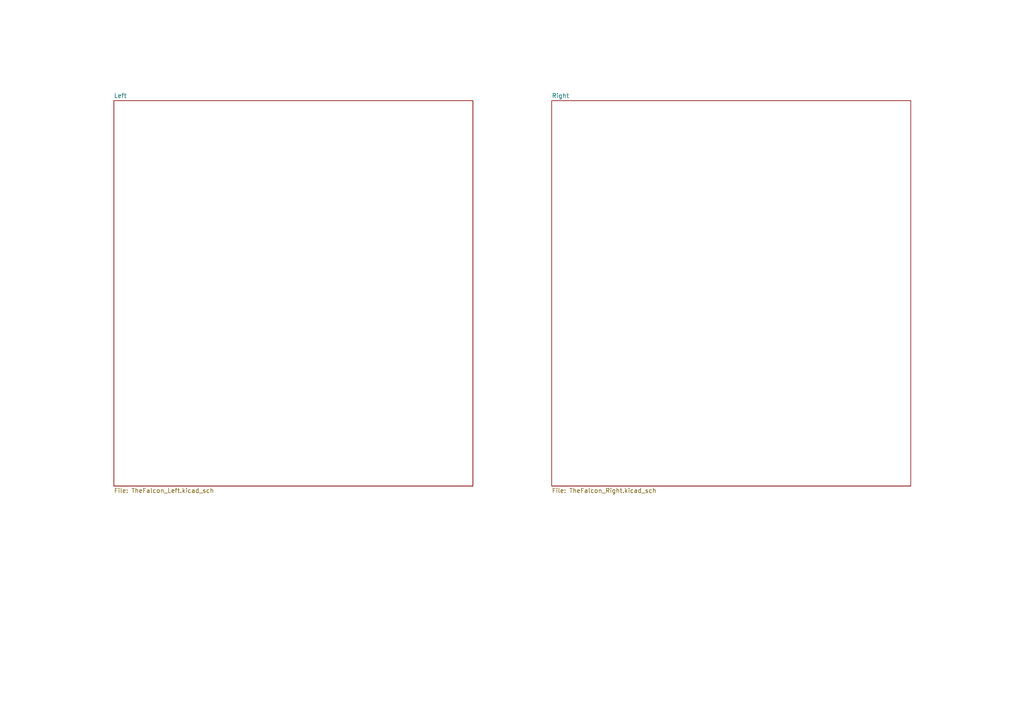
<source format=kicad_sch>
(kicad_sch
	(version 20250114)
	(generator "eeschema")
	(generator_version "9.0")
	(uuid "341dd416-b81a-44bb-bc83-f6d0e6a53692")
	(paper "A4")
	(lib_symbols)
	(sheet
		(at 160.02 29.21)
		(size 104.14 111.76)
		(exclude_from_sim no)
		(in_bom yes)
		(on_board yes)
		(dnp no)
		(fields_autoplaced yes)
		(stroke
			(width 0.1524)
			(type solid)
		)
		(fill
			(color 0 0 0 0.0000)
		)
		(uuid "9e65f355-a0d3-4e44-a996-641bb3f788c1")
		(property "Sheetname" "Right"
			(at 160.02 28.4984 0)
			(effects
				(font
					(size 1.27 1.27)
				)
				(justify left bottom)
			)
		)
		(property "Sheetfile" "TheFalcon_Right.kicad_sch"
			(at 160.02 141.5546 0)
			(effects
				(font
					(size 1.27 1.27)
				)
				(justify left top)
			)
		)
		(instances
			(project "TheFalcon_Panel"
				(path "/341dd416-b81a-44bb-bc83-f6d0e6a53692"
					(page "4")
				)
			)
		)
	)
	(sheet
		(at 33.02 29.21)
		(size 104.14 111.76)
		(exclude_from_sim no)
		(in_bom yes)
		(on_board yes)
		(dnp no)
		(fields_autoplaced yes)
		(stroke
			(width 0.1524)
			(type solid)
		)
		(fill
			(color 0 0 0 0.0000)
		)
		(uuid "ff367ced-cf62-4de3-ac7b-c14bf7c76f7b")
		(property "Sheetname" "Left"
			(at 33.02 28.4984 0)
			(effects
				(font
					(size 1.27 1.27)
				)
				(justify left bottom)
			)
		)
		(property "Sheetfile" "TheFalcon_Left.kicad_sch"
			(at 33.02 141.5546 0)
			(effects
				(font
					(size 1.27 1.27)
				)
				(justify left top)
			)
		)
		(instances
			(project "TheFalcon_Panel"
				(path "/341dd416-b81a-44bb-bc83-f6d0e6a53692"
					(page "2")
				)
			)
		)
	)
	(sheet_instances
		(path "/"
			(page "1")
		)
	)
	(embedded_fonts no)
)

</source>
